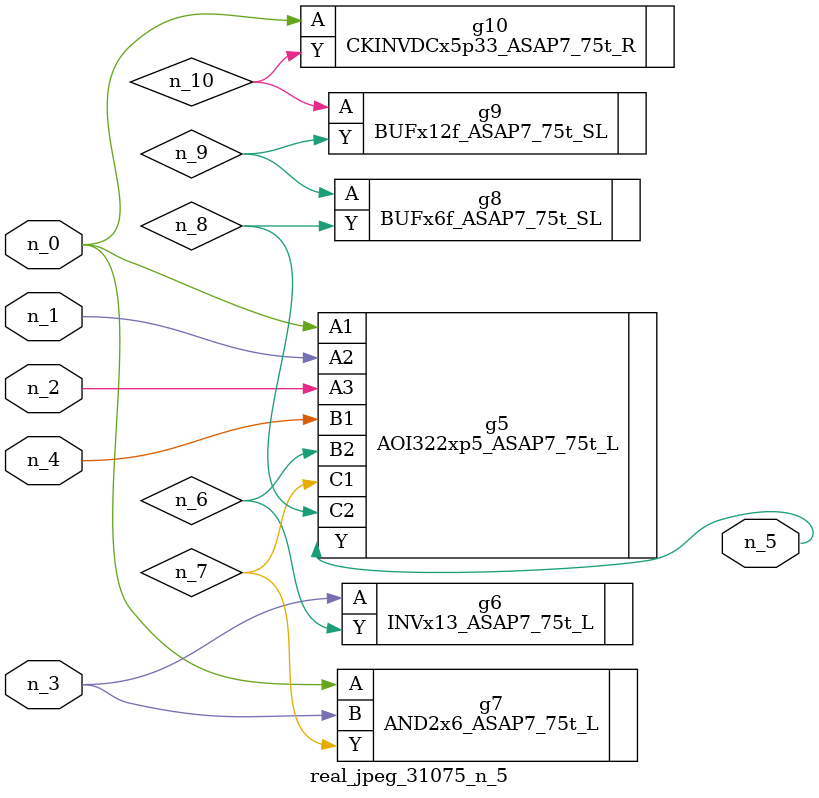
<source format=v>
module real_jpeg_31075_n_5 (n_4, n_0, n_1, n_2, n_3, n_5);

input n_4;
input n_0;
input n_1;
input n_2;
input n_3;

output n_5;

wire n_8;
wire n_6;
wire n_7;
wire n_10;
wire n_9;

AOI322xp5_ASAP7_75t_L g5 ( 
.A1(n_0),
.A2(n_1),
.A3(n_2),
.B1(n_4),
.B2(n_6),
.C1(n_7),
.C2(n_8),
.Y(n_5)
);

AND2x6_ASAP7_75t_L g7 ( 
.A(n_0),
.B(n_3),
.Y(n_7)
);

CKINVDCx5p33_ASAP7_75t_R g10 ( 
.A(n_0),
.Y(n_10)
);

INVx13_ASAP7_75t_L g6 ( 
.A(n_3),
.Y(n_6)
);

BUFx6f_ASAP7_75t_SL g8 ( 
.A(n_9),
.Y(n_8)
);

BUFx12f_ASAP7_75t_SL g9 ( 
.A(n_10),
.Y(n_9)
);


endmodule
</source>
